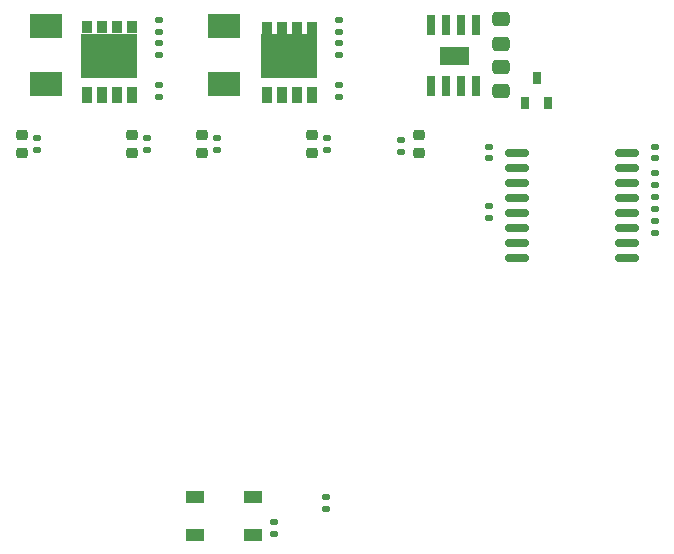
<source format=gbr>
%TF.GenerationSoftware,KiCad,Pcbnew,(6.0.0-0)*%
%TF.CreationDate,2022-10-24T17:37:49+01:00*%
%TF.ProjectId,PicoPyro,5069636f-5079-4726-9f2e-6b696361645f,rev?*%
%TF.SameCoordinates,Original*%
%TF.FileFunction,Paste,Top*%
%TF.FilePolarity,Positive*%
%FSLAX46Y46*%
G04 Gerber Fmt 4.6, Leading zero omitted, Abs format (unit mm)*
G04 Created by KiCad (PCBNEW (6.0.0-0)) date 2022-10-24 17:37:49*
%MOMM*%
%LPD*%
G01*
G04 APERTURE LIST*
G04 Aperture macros list*
%AMRoundRect*
0 Rectangle with rounded corners*
0 $1 Rounding radius*
0 $2 $3 $4 $5 $6 $7 $8 $9 X,Y pos of 4 corners*
0 Add a 4 corners polygon primitive as box body*
4,1,4,$2,$3,$4,$5,$6,$7,$8,$9,$2,$3,0*
0 Add four circle primitives for the rounded corners*
1,1,$1+$1,$2,$3*
1,1,$1+$1,$4,$5*
1,1,$1+$1,$6,$7*
1,1,$1+$1,$8,$9*
0 Add four rect primitives between the rounded corners*
20,1,$1+$1,$2,$3,$4,$5,0*
20,1,$1+$1,$4,$5,$6,$7,0*
20,1,$1+$1,$6,$7,$8,$9,0*
20,1,$1+$1,$8,$9,$2,$3,0*%
G04 Aperture macros list end*
%ADD10C,0.010000*%
%ADD11RoundRect,0.042000X-0.258000X0.833000X-0.258000X-0.833000X0.258000X-0.833000X0.258000X0.833000X0*%
%ADD12R,0.650000X1.100000*%
%ADD13R,0.850000X1.450000*%
%ADD14R,0.850000X1.050000*%
%ADD15R,4.700000X3.750000*%
%ADD16R,2.800000X2.150000*%
%ADD17RoundRect,0.250000X0.475000X-0.337500X0.475000X0.337500X-0.475000X0.337500X-0.475000X-0.337500X0*%
%ADD18RoundRect,0.150000X-0.875000X-0.150000X0.875000X-0.150000X0.875000X0.150000X-0.875000X0.150000X0*%
%ADD19RoundRect,0.135000X-0.185000X0.135000X-0.185000X-0.135000X0.185000X-0.135000X0.185000X0.135000X0*%
%ADD20RoundRect,0.135000X0.185000X-0.135000X0.185000X0.135000X-0.185000X0.135000X-0.185000X-0.135000X0*%
%ADD21RoundRect,0.218750X0.256250X-0.218750X0.256250X0.218750X-0.256250X0.218750X-0.256250X-0.218750X0*%
%ADD22R,1.500000X1.000000*%
%ADD23RoundRect,0.140000X0.170000X-0.140000X0.170000X0.140000X-0.170000X0.140000X-0.170000X-0.140000X0*%
%ADD24RoundRect,0.140000X-0.170000X0.140000X-0.170000X-0.140000X0.170000X-0.140000X0.170000X0.140000X0*%
G04 APERTURE END LIST*
D10*
%TO.C,U501*%
X178150000Y-75770000D02*
X178150000Y-77230000D01*
X178150000Y-77230000D02*
X175850000Y-77230000D01*
X175850000Y-77230000D02*
X175850000Y-75770000D01*
X175850000Y-75770000D02*
X178150000Y-75770000D01*
G36*
X178150000Y-77230000D02*
G01*
X175850000Y-77230000D01*
X175850000Y-75770000D01*
X178150000Y-75770000D01*
X178150000Y-77230000D01*
G37*
X178150000Y-77230000D02*
X175850000Y-77230000D01*
X175850000Y-75770000D01*
X178150000Y-75770000D01*
X178150000Y-77230000D01*
%TD*%
D11*
%TO.C,U501*%
X178905000Y-73915000D03*
X177635000Y-73915000D03*
X176365000Y-73915000D03*
X175095000Y-73915000D03*
X175095000Y-79085000D03*
X176365000Y-79085000D03*
X177635000Y-79085000D03*
X178905000Y-79085000D03*
%TD*%
D12*
%TO.C,Q501*%
X183040000Y-80550000D03*
X184960000Y-80550000D03*
X184000000Y-78450000D03*
%TD*%
D13*
%TO.C,Q211*%
X145895000Y-79837500D03*
X147165000Y-79837500D03*
X148435000Y-79837500D03*
X149705000Y-79837500D03*
D14*
X149705000Y-74137500D03*
X148435000Y-74137500D03*
X147165000Y-74137500D03*
X145895000Y-74137500D03*
D15*
X147800000Y-76537500D03*
%TD*%
D13*
%TO.C,Q201*%
X161155000Y-79850000D03*
X162425000Y-79850000D03*
X163695000Y-79850000D03*
X164965000Y-79850000D03*
D14*
X164965000Y-74150000D03*
X163695000Y-74150000D03*
X162425000Y-74150000D03*
X161155000Y-74150000D03*
D15*
X163060000Y-76550000D03*
%TD*%
D16*
%TO.C,F211*%
X142500000Y-74045000D03*
X142500000Y-78955000D03*
%TD*%
%TO.C,F201*%
X157500000Y-74045000D03*
X157500000Y-78955000D03*
%TD*%
D17*
%TO.C,C502*%
X181000000Y-77462500D03*
X181000000Y-79537500D03*
%TD*%
%TO.C,C501*%
X181000000Y-73462500D03*
X181000000Y-75537500D03*
%TD*%
D18*
%TO.C,U101*%
X182350000Y-84805000D03*
X182350000Y-86075000D03*
X182350000Y-87345000D03*
X182350000Y-88615000D03*
X182350000Y-89885000D03*
X182350000Y-91155000D03*
X182350000Y-92425000D03*
X182350000Y-93695000D03*
X191650000Y-93695000D03*
X191650000Y-92425000D03*
X191650000Y-91155000D03*
X191650000Y-89885000D03*
X191650000Y-88615000D03*
X191650000Y-87345000D03*
X191650000Y-86075000D03*
X191650000Y-84805000D03*
%TD*%
D19*
%TO.C,R701*%
X166200000Y-114910000D03*
X166200000Y-113890000D03*
%TD*%
D20*
%TO.C,R601*%
X172499999Y-83702501D03*
X172499999Y-84722501D03*
%TD*%
%TO.C,R411*%
X141700000Y-83490000D03*
X141700000Y-84510000D03*
%TD*%
%TO.C,R401*%
X156960000Y-83490000D03*
X156960000Y-84510000D03*
%TD*%
%TO.C,R214*%
X152000000Y-76510000D03*
X152000000Y-75490000D03*
%TD*%
D19*
%TO.C,R213*%
X152000000Y-73490000D03*
X152000000Y-74510000D03*
%TD*%
D20*
%TO.C,R212*%
X151000000Y-84510000D03*
X151000000Y-83490000D03*
%TD*%
D19*
%TO.C,R211*%
X152000000Y-78999999D03*
X152000000Y-80019999D03*
%TD*%
D20*
%TO.C,R204*%
X167260000Y-76510000D03*
X167260000Y-75490000D03*
%TD*%
D19*
%TO.C,R203*%
X167260000Y-74510000D03*
X167260000Y-73490000D03*
%TD*%
D20*
%TO.C,R202*%
X166260000Y-84510000D03*
X166260000Y-83490000D03*
%TD*%
D19*
%TO.C,R201*%
X167260000Y-80019999D03*
X167260000Y-78999999D03*
%TD*%
D20*
%TO.C,R104*%
X194000000Y-87510000D03*
X194000000Y-86490000D03*
%TD*%
%TO.C,R103*%
X194000000Y-90490000D03*
X194000000Y-91510000D03*
%TD*%
%TO.C,R102*%
X194000000Y-88490000D03*
X194000000Y-89510000D03*
%TD*%
D19*
%TO.C,R101*%
X180000000Y-90260000D03*
X180000000Y-89240000D03*
%TD*%
D21*
%TO.C,D601*%
X174000000Y-84787500D03*
X174000000Y-83212500D03*
%TD*%
%TO.C,D411*%
X140400000Y-84787500D03*
X140400000Y-83212500D03*
%TD*%
%TO.C,D401*%
X155660000Y-84787500D03*
X155660000Y-83212500D03*
%TD*%
D22*
%TO.C,D301*%
X159950000Y-117100000D03*
X159950000Y-113900000D03*
X155050000Y-117100000D03*
X155050000Y-113900000D03*
%TD*%
D21*
%TO.C,D211*%
X149700000Y-84787500D03*
X149700000Y-83212500D03*
%TD*%
%TO.C,D201*%
X164960000Y-83212500D03*
X164960000Y-84787500D03*
%TD*%
D23*
%TO.C,C301*%
X161750000Y-116040000D03*
X161750000Y-117000000D03*
%TD*%
D24*
%TO.C,C102*%
X194000000Y-84270000D03*
X194000000Y-85230000D03*
%TD*%
%TO.C,C101*%
X180000000Y-84270000D03*
X180000000Y-85230000D03*
%TD*%
M02*

</source>
